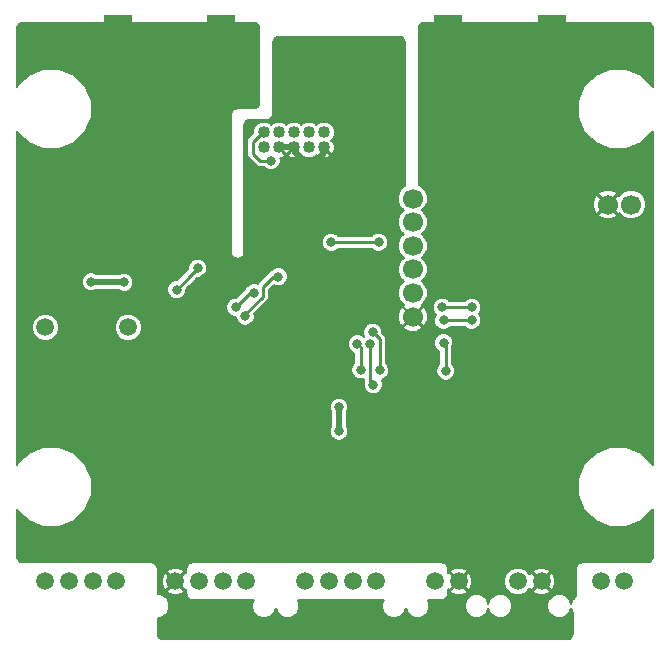
<source format=gbl>
G04 #@! TF.FileFunction,Copper,L2,Bot,Signal*
%FSLAX46Y46*%
G04 Gerber Fmt 4.6, Leading zero omitted, Abs format (unit mm)*
G04 Created by KiCad (PCBNEW 0.201505031001+5637~23~ubuntu14.04.1-product) date Mon 29 Jun 2015 01:51:52 BST*
%MOMM*%
G01*
G04 APERTURE LIST*
%ADD10C,0.100000*%
%ADD11C,1.700000*%
%ADD12C,1.016000*%
%ADD13C,1.500000*%
%ADD14R,2.413000X5.080000*%
%ADD15C,0.800000*%
%ADD16C,0.280000*%
%ADD17C,0.500000*%
%ADD18C,0.200000*%
G04 APERTURE END LIST*
D10*
D11*
X131100000Y-136100000D03*
X129100000Y-136100000D03*
X112600000Y-135600000D03*
X112600000Y-137600000D03*
X112600000Y-139600000D03*
X112600000Y-141600000D03*
X112600000Y-143600000D03*
X112600000Y-145600000D03*
D12*
X100000000Y-131270000D03*
X100000000Y-130000000D03*
X101270000Y-131270000D03*
X101270000Y-130000000D03*
X102540000Y-131270000D03*
X102540000Y-130000000D03*
X103810000Y-131270000D03*
X103810000Y-130000000D03*
X105080000Y-131270000D03*
X105080000Y-130000000D03*
D13*
X81500000Y-146500000D03*
X88500000Y-146500000D03*
X98500000Y-168000000D03*
X96500000Y-168000000D03*
X94500000Y-168000000D03*
X92500000Y-168000000D03*
X87500000Y-168000000D03*
X85500000Y-168000000D03*
X83500000Y-168000000D03*
X81500000Y-168000000D03*
X109500000Y-168000000D03*
X107500000Y-168000000D03*
X105500000Y-168000000D03*
X103500000Y-168000000D03*
X116500000Y-168000000D03*
X114500000Y-168000000D03*
X130500000Y-168000000D03*
X128500000Y-168000000D03*
X123500000Y-168000000D03*
X121500000Y-168000000D03*
D14*
X115618500Y-122600000D03*
X124381500Y-122600000D03*
X87618500Y-122600000D03*
X96381500Y-122600000D03*
D15*
X93650000Y-150100000D03*
X99000000Y-158650000D03*
X95000000Y-142350000D03*
X92100000Y-141200000D03*
X105700000Y-122300000D03*
X124400000Y-125800000D03*
X126400000Y-122600000D03*
X122400000Y-122600000D03*
X100000000Y-133600000D03*
X108900000Y-137300000D03*
X121600000Y-153400000D03*
X121000000Y-151500000D03*
X120000000Y-155400000D03*
X121600000Y-161900000D03*
X125000000Y-163100000D03*
X129500000Y-165450000D03*
X99200000Y-164900000D03*
X100000000Y-164300000D03*
X106700000Y-157900000D03*
X99600000Y-147200000D03*
X104600000Y-147300000D03*
X104300000Y-142500000D03*
X114700000Y-151000000D03*
X112500000Y-155700000D03*
X112000000Y-161000000D03*
X116625000Y-162675000D03*
X92900000Y-158000000D03*
X84000000Y-122000000D03*
X82000000Y-122000000D03*
X80000000Y-122000000D03*
X80000000Y-124000000D03*
X82000000Y-124000000D03*
X84000000Y-124000000D03*
X97000000Y-127000000D03*
X98000000Y-127000000D03*
X92000000Y-127000000D03*
X91000000Y-127000000D03*
X96000000Y-131000000D03*
X94000000Y-131000000D03*
X92000000Y-131000000D03*
X90000000Y-131000000D03*
X88000000Y-132000000D03*
X88000000Y-134000000D03*
X90000000Y-135000000D03*
X92000000Y-135000000D03*
X94000000Y-135000000D03*
X96000000Y-135000000D03*
X96000000Y-133000000D03*
X94000000Y-133000000D03*
X92000000Y-133000000D03*
X90000000Y-133000000D03*
X84000000Y-136000000D03*
X82000000Y-136000000D03*
X80000000Y-136000000D03*
X80000000Y-134000000D03*
X82000000Y-134000000D03*
X84000000Y-134000000D03*
X84000000Y-132000000D03*
X82000000Y-132000000D03*
X80000000Y-132000000D03*
X86700000Y-139900000D03*
X85600000Y-122600000D03*
X114000000Y-122600000D03*
X114000000Y-126500000D03*
X114000000Y-128000000D03*
X114000000Y-129500000D03*
X114000000Y-131000000D03*
X114500000Y-132500000D03*
X115500000Y-133500000D03*
X116500000Y-134500000D03*
X117500000Y-135500000D03*
X118500000Y-136500000D03*
X119500000Y-137500000D03*
X121500000Y-137500000D03*
X123000000Y-137500000D03*
X124500000Y-137500000D03*
X126000000Y-137500000D03*
X127500000Y-137500000D03*
X111000000Y-132000000D03*
X98700000Y-129300000D03*
X89750000Y-123000000D03*
X89800000Y-121600000D03*
X94250000Y-121750000D03*
X94250000Y-123000000D03*
X94250000Y-124250000D03*
X90000000Y-126000000D03*
X89800000Y-124600000D03*
X96000000Y-126500000D03*
X103000000Y-148400000D03*
X103100000Y-151200000D03*
X122400000Y-124200000D03*
X126400000Y-124200000D03*
X98600000Y-125000000D03*
X98500000Y-123000000D03*
X85350000Y-142650000D03*
X88150000Y-142700000D03*
X106350000Y-155300000D03*
X106350000Y-153250000D03*
X115200000Y-147800000D03*
X115400000Y-150200000D03*
X115100000Y-144800000D03*
X117600000Y-144800000D03*
X109200000Y-146900000D03*
X109800000Y-150150000D03*
X108200000Y-150100000D03*
X107900000Y-147900000D03*
X101200000Y-142200000D03*
X98400000Y-145550000D03*
X99150000Y-143550000D03*
X97600000Y-144800000D03*
X109700000Y-139300000D03*
X105700000Y-139300000D03*
X117600000Y-145900000D03*
X115200000Y-145900000D03*
X109000000Y-147900000D03*
X109250000Y-151350000D03*
X100600000Y-132400000D03*
X92600000Y-143300000D03*
X94400000Y-141500000D03*
D16*
X99000000Y-158650000D02*
X99050000Y-158650000D01*
D17*
X102540000Y-131270000D02*
X102540000Y-131540000D01*
X102540000Y-131540000D02*
X103300000Y-132300000D01*
X104500000Y-132300000D02*
X105080000Y-131720000D01*
X103300000Y-132300000D02*
X104500000Y-132300000D01*
X105080000Y-131720000D02*
X105080000Y-131270000D01*
X101270000Y-131270000D02*
X102540000Y-131270000D01*
D18*
X85000000Y-123000000D02*
X84000000Y-122000000D01*
X82000000Y-122000000D02*
X80000000Y-122000000D01*
X80000000Y-124000000D02*
X82000000Y-124000000D01*
X85600000Y-122600000D02*
X85000000Y-123000000D01*
X87618500Y-122600000D02*
X85600000Y-122600000D01*
X96381500Y-126381500D02*
X97000000Y-127000000D01*
X96381500Y-122600000D02*
X96381500Y-126381500D01*
X90000000Y-126000000D02*
X91000000Y-127000000D01*
X87618500Y-123218500D02*
X90000000Y-126000000D01*
X87618500Y-122600000D02*
X87618500Y-123218500D01*
X96000000Y-131000000D02*
X94000000Y-131000000D01*
X92000000Y-131000000D02*
X90000000Y-131000000D01*
X88000000Y-132000000D02*
X88000000Y-134000000D01*
X90000000Y-135000000D02*
X92000000Y-135000000D01*
X94000000Y-135000000D02*
X96000000Y-135000000D01*
X96000000Y-133000000D02*
X94000000Y-133000000D01*
X92000000Y-133000000D02*
X90000000Y-133000000D01*
X86700000Y-138700000D02*
X84000000Y-136000000D01*
X82000000Y-136000000D02*
X80000000Y-136000000D01*
X80000000Y-134000000D02*
X82000000Y-134000000D01*
X84000000Y-134000000D02*
X84000000Y-132000000D01*
X82000000Y-132000000D02*
X80000000Y-132000000D01*
X86700000Y-139900000D02*
X86700000Y-138700000D01*
D17*
X88100000Y-142650000D02*
X85350000Y-142650000D01*
X88150000Y-142700000D02*
X88100000Y-142650000D01*
X106350000Y-155300000D02*
X106350000Y-153250000D01*
D16*
X115200000Y-147800000D02*
X115400000Y-148000000D01*
X115400000Y-148000000D02*
X115400000Y-150200000D01*
X115100000Y-144800000D02*
X117600000Y-144800000D01*
X109800000Y-147500000D02*
X109800000Y-150150000D01*
X109200000Y-146900000D02*
X109800000Y-147500000D01*
X107900000Y-147900000D02*
X108200000Y-148200000D01*
X108200000Y-150100000D02*
X108200000Y-148200000D01*
X99900000Y-143100000D02*
X100800000Y-142200000D01*
X100800000Y-142200000D02*
X101200000Y-142200000D01*
X99900000Y-143200000D02*
X99900000Y-143900000D01*
X99900000Y-143150000D02*
X99900000Y-143200000D01*
X99900000Y-143900000D02*
X98400000Y-145400000D01*
X98400000Y-145400000D02*
X98400000Y-145550000D01*
X99900000Y-143150000D02*
X99900000Y-143100000D01*
X99150000Y-143550000D02*
X98850000Y-143550000D01*
X98850000Y-143550000D02*
X97600000Y-144800000D01*
X105900000Y-139300000D02*
X105700000Y-139300000D01*
X105900000Y-139300000D02*
X109700000Y-139300000D01*
X115200000Y-145900000D02*
X117600000Y-145900000D01*
X109000000Y-147900000D02*
X109000000Y-151100000D01*
X109000000Y-151100000D02*
X109250000Y-151350000D01*
X100000000Y-130000000D02*
X99900000Y-130000000D01*
X99100000Y-130800000D02*
X99900000Y-130000000D01*
X99100000Y-130800000D02*
X99100000Y-131800000D01*
X99100000Y-131800000D02*
X99700000Y-132400000D01*
X99700000Y-132400000D02*
X100600000Y-132400000D01*
X94400000Y-141500000D02*
X93750000Y-142150000D01*
X93750000Y-142150000D02*
X92600000Y-143300000D01*
D18*
G36*
X132900000Y-165990151D02*
X132867742Y-166152324D01*
X132781457Y-166281457D01*
X132652324Y-166367742D01*
X132490151Y-166400000D01*
X126990151Y-166400000D01*
X126769640Y-166443862D01*
X126574351Y-166574351D01*
X126443862Y-166769640D01*
X126400000Y-166990151D01*
X126400000Y-169285973D01*
X126234565Y-169451119D01*
X126214516Y-169464516D01*
X126201236Y-169484390D01*
X126152736Y-169532806D01*
X126000174Y-169900215D01*
X126000172Y-169901958D01*
X125848253Y-169534286D01*
X125567194Y-169252736D01*
X125199785Y-169100174D01*
X124801960Y-169099827D01*
X124650768Y-169162298D01*
X124650768Y-168224854D01*
X124649219Y-167767358D01*
X124477123Y-167351882D01*
X124292924Y-167277787D01*
X124222213Y-167348498D01*
X124222213Y-167207076D01*
X124148118Y-167022877D01*
X123724854Y-166849232D01*
X123267358Y-166850781D01*
X122851882Y-167022877D01*
X122777787Y-167207076D01*
X123500000Y-167929289D01*
X124222213Y-167207076D01*
X124222213Y-167348498D01*
X123570711Y-168000000D01*
X124292924Y-168722213D01*
X124477123Y-168648118D01*
X124650768Y-168224854D01*
X124650768Y-169162298D01*
X124434286Y-169251747D01*
X124222213Y-169463450D01*
X124222213Y-168792924D01*
X123500000Y-168070711D01*
X123429289Y-168141422D01*
X123429289Y-168000000D01*
X122707076Y-167277787D01*
X122522877Y-167351882D01*
X122499773Y-167408196D01*
X122475491Y-167349428D01*
X122152273Y-167025646D01*
X121729753Y-166850200D01*
X121272254Y-166849801D01*
X120849428Y-167024509D01*
X120525646Y-167347727D01*
X120350200Y-167770247D01*
X120349801Y-168227746D01*
X120524509Y-168650572D01*
X120847727Y-168974354D01*
X121270247Y-169149800D01*
X121727746Y-169150199D01*
X122150572Y-168975491D01*
X122474354Y-168652273D01*
X122499507Y-168591697D01*
X122522877Y-168648118D01*
X122707076Y-168722213D01*
X123429289Y-168000000D01*
X123429289Y-168141422D01*
X122777787Y-168792924D01*
X122851882Y-168977123D01*
X123275146Y-169150768D01*
X123732642Y-169149219D01*
X124148118Y-168977123D01*
X124222213Y-168792924D01*
X124222213Y-169463450D01*
X124152736Y-169532806D01*
X124000174Y-169900215D01*
X123999827Y-170298040D01*
X124151747Y-170665714D01*
X124432806Y-170947264D01*
X124800215Y-171099826D01*
X125198040Y-171100173D01*
X125565714Y-170948253D01*
X125847264Y-170667194D01*
X125999826Y-170299785D01*
X125999827Y-170298041D01*
X126150000Y-170661485D01*
X126150000Y-172490151D01*
X126117742Y-172652324D01*
X126031457Y-172781457D01*
X125902324Y-172867742D01*
X125740151Y-172900000D01*
X121000173Y-172900000D01*
X121000173Y-169901960D01*
X120848253Y-169534286D01*
X120567194Y-169252736D01*
X120199785Y-169100174D01*
X119801960Y-169099827D01*
X119434286Y-169251747D01*
X119152736Y-169532806D01*
X119000174Y-169900215D01*
X119000172Y-169901958D01*
X118848253Y-169534286D01*
X118567194Y-169252736D01*
X118400139Y-169183368D01*
X118400139Y-145741568D01*
X118278603Y-145447428D01*
X118181371Y-145350027D01*
X118277812Y-145253755D01*
X118399861Y-144959828D01*
X118400139Y-144641568D01*
X118278603Y-144347428D01*
X118053755Y-144122188D01*
X117759828Y-144000139D01*
X117441568Y-143999861D01*
X117147428Y-144121397D01*
X117008583Y-144260000D01*
X115691327Y-144260000D01*
X115553755Y-144122188D01*
X115259828Y-144000139D01*
X114941568Y-143999861D01*
X114647428Y-144121397D01*
X114422188Y-144346245D01*
X114300139Y-144640172D01*
X114299861Y-144958432D01*
X114421397Y-145252572D01*
X114568541Y-145399972D01*
X114522188Y-145446245D01*
X114400139Y-145740172D01*
X114399861Y-146058432D01*
X114521397Y-146352572D01*
X114746245Y-146577812D01*
X115040172Y-146699861D01*
X115358432Y-146700139D01*
X115652572Y-146578603D01*
X115791416Y-146440000D01*
X117008672Y-146440000D01*
X117146245Y-146577812D01*
X117440172Y-146699861D01*
X117758432Y-146700139D01*
X118052572Y-146578603D01*
X118277812Y-146353755D01*
X118399861Y-146059828D01*
X118400139Y-145741568D01*
X118400139Y-169183368D01*
X118199785Y-169100174D01*
X117801960Y-169099827D01*
X117650768Y-169162298D01*
X117650768Y-168224854D01*
X117649219Y-167767358D01*
X117477123Y-167351882D01*
X117292924Y-167277787D01*
X117222213Y-167348498D01*
X117222213Y-167207076D01*
X117148118Y-167022877D01*
X116724854Y-166849232D01*
X116267358Y-166850781D01*
X116200139Y-166878624D01*
X116200139Y-150041568D01*
X116078603Y-149747428D01*
X115940000Y-149608583D01*
X115940000Y-148103989D01*
X115999861Y-147959828D01*
X116000139Y-147641568D01*
X115878603Y-147347428D01*
X115653755Y-147122188D01*
X115359828Y-147000139D01*
X115041568Y-146999861D01*
X114747428Y-147121397D01*
X114522188Y-147346245D01*
X114400139Y-147640172D01*
X114399861Y-147958432D01*
X114521397Y-148252572D01*
X114746245Y-148477812D01*
X114860000Y-148525047D01*
X114860000Y-149608672D01*
X114722188Y-149746245D01*
X114600139Y-150040172D01*
X114599861Y-150358432D01*
X114721397Y-150652572D01*
X114946245Y-150877812D01*
X115240172Y-150999861D01*
X115558432Y-151000139D01*
X115852572Y-150878603D01*
X116077812Y-150653755D01*
X116199861Y-150359828D01*
X116200139Y-150041568D01*
X116200139Y-166878624D01*
X115851882Y-167022877D01*
X115777787Y-167207076D01*
X116500000Y-167929289D01*
X117222213Y-167207076D01*
X117222213Y-167348498D01*
X116570711Y-168000000D01*
X117292924Y-168722213D01*
X117477123Y-168648118D01*
X117650768Y-168224854D01*
X117650768Y-169162298D01*
X117434286Y-169251747D01*
X117222213Y-169463450D01*
X117222213Y-168792924D01*
X116500000Y-168070711D01*
X116429289Y-168141422D01*
X116429289Y-168000000D01*
X115707076Y-167277787D01*
X115600000Y-167320858D01*
X115600000Y-166990151D01*
X115556138Y-166769640D01*
X115425649Y-166574351D01*
X115230360Y-166443862D01*
X115009849Y-166400000D01*
X113850007Y-166400000D01*
X113850007Y-145351395D01*
X113659719Y-144891962D01*
X113659679Y-144891902D01*
X113465091Y-144805619D01*
X112670711Y-145600000D01*
X113465091Y-146394381D01*
X113659679Y-146308098D01*
X113849993Y-145848676D01*
X113850007Y-145351395D01*
X113850007Y-166400000D01*
X113394381Y-166400000D01*
X113394381Y-146465091D01*
X112600000Y-145670711D01*
X112529289Y-145741421D01*
X112529289Y-145600000D01*
X111734909Y-144805619D01*
X111540321Y-144891902D01*
X111350007Y-145351324D01*
X111349993Y-145848605D01*
X111540281Y-146308038D01*
X111540321Y-146308098D01*
X111734909Y-146394381D01*
X112529289Y-145600000D01*
X112529289Y-145741421D01*
X111805619Y-146465091D01*
X111891902Y-146659679D01*
X112351324Y-146849993D01*
X112848605Y-146850007D01*
X113308038Y-146659719D01*
X113308098Y-146659679D01*
X113394381Y-146465091D01*
X113394381Y-166400000D01*
X110600139Y-166400000D01*
X110600139Y-149991568D01*
X110500139Y-149749549D01*
X110500139Y-139141568D01*
X110378603Y-138847428D01*
X110153755Y-138622188D01*
X109859828Y-138500139D01*
X109541568Y-138499861D01*
X109247428Y-138621397D01*
X109108583Y-138760000D01*
X106291327Y-138760000D01*
X106153755Y-138622188D01*
X105990568Y-138554426D01*
X105990568Y-131437188D01*
X105988157Y-131273899D01*
X105985235Y-131076002D01*
X105857275Y-130767079D01*
X105698206Y-130722506D01*
X105768603Y-130652110D01*
X105740315Y-130623822D01*
X105849316Y-130515012D01*
X105987842Y-130181405D01*
X105988157Y-129820180D01*
X105850214Y-129486331D01*
X105595012Y-129230684D01*
X105261405Y-129092158D01*
X104900180Y-129091843D01*
X104566331Y-129229786D01*
X104445012Y-129350893D01*
X104325012Y-129230684D01*
X103991405Y-129092158D01*
X103630180Y-129091843D01*
X103296331Y-129229786D01*
X103175012Y-129350893D01*
X103055012Y-129230684D01*
X102721405Y-129092158D01*
X102360180Y-129091843D01*
X102026331Y-129229786D01*
X101905012Y-129350893D01*
X101785012Y-129230684D01*
X101451405Y-129092158D01*
X101090180Y-129091843D01*
X100756331Y-129229786D01*
X100635012Y-129350893D01*
X100515012Y-129230684D01*
X100181405Y-129092158D01*
X99820180Y-129091843D01*
X99486331Y-129229786D01*
X99230684Y-129484988D01*
X99092158Y-129818595D01*
X99091961Y-130044362D01*
X98718162Y-130418162D01*
X98601105Y-130593351D01*
X98560000Y-130800000D01*
X98560000Y-131800000D01*
X98601105Y-132006649D01*
X98718162Y-132181838D01*
X99318162Y-132781838D01*
X99493351Y-132898895D01*
X99700000Y-132940000D01*
X100008672Y-132940000D01*
X100146245Y-133077812D01*
X100440172Y-133199861D01*
X100758432Y-133200139D01*
X101052572Y-133078603D01*
X101277812Y-132853755D01*
X101399861Y-132559828D01*
X101400139Y-132241568D01*
X101373284Y-132176574D01*
X101463998Y-132175235D01*
X101772921Y-132047275D01*
X101817494Y-131888205D01*
X101270000Y-131340711D01*
X101255857Y-131354852D01*
X101185146Y-131284141D01*
X101199289Y-131270000D01*
X101185147Y-131255858D01*
X101255858Y-131185147D01*
X101270000Y-131199289D01*
X101284141Y-131185146D01*
X101354852Y-131255857D01*
X101340711Y-131270000D01*
X101705515Y-131634804D01*
X101762725Y-131772921D01*
X101875128Y-131804417D01*
X101888205Y-131817494D01*
X101905000Y-131812787D01*
X101921795Y-131817494D01*
X101934871Y-131804417D01*
X102047275Y-131772921D01*
X102100546Y-131638742D01*
X102469289Y-131270000D01*
X102455147Y-131255858D01*
X102525858Y-131185147D01*
X102540000Y-131199289D01*
X102554141Y-131185146D01*
X102624852Y-131255857D01*
X102610711Y-131270000D01*
X102624853Y-131284142D01*
X102554142Y-131354853D01*
X102540000Y-131340711D01*
X101992506Y-131888205D01*
X102037079Y-132047275D01*
X102372812Y-132180568D01*
X102733998Y-132175235D01*
X103042921Y-132047275D01*
X103087493Y-131888206D01*
X103087494Y-131888207D01*
X103157890Y-131958603D01*
X103186177Y-131930315D01*
X103294988Y-132039316D01*
X103628595Y-132177842D01*
X103989820Y-132178157D01*
X104323669Y-132040214D01*
X104433790Y-131930283D01*
X104462110Y-131958603D01*
X104532506Y-131888206D01*
X104577079Y-132047275D01*
X104912812Y-132180568D01*
X105273998Y-132175235D01*
X105582921Y-132047275D01*
X105627494Y-131888205D01*
X105080000Y-131340711D01*
X105065858Y-131354853D01*
X104995146Y-131284141D01*
X105009289Y-131270000D01*
X104995147Y-131255858D01*
X105065858Y-131185147D01*
X105080000Y-131199289D01*
X105094141Y-131185146D01*
X105164853Y-131255858D01*
X105150711Y-131270000D01*
X105698205Y-131817494D01*
X105857275Y-131772921D01*
X105990568Y-131437188D01*
X105990568Y-138554426D01*
X105859828Y-138500139D01*
X105627494Y-138499936D01*
X105541568Y-138499861D01*
X105247428Y-138621397D01*
X105022188Y-138846245D01*
X104900139Y-139140172D01*
X104899861Y-139458432D01*
X105021397Y-139752572D01*
X105246245Y-139977812D01*
X105540172Y-140099861D01*
X105858432Y-140100139D01*
X106152572Y-139978603D01*
X106291416Y-139840000D01*
X109108672Y-139840000D01*
X109246245Y-139977812D01*
X109540172Y-140099861D01*
X109858432Y-140100139D01*
X110152572Y-139978603D01*
X110377812Y-139753755D01*
X110499861Y-139459828D01*
X110500139Y-139141568D01*
X110500139Y-149749549D01*
X110478603Y-149697428D01*
X110340000Y-149558583D01*
X110340000Y-147500000D01*
X110298895Y-147293351D01*
X110181838Y-147118162D01*
X109999968Y-146936292D01*
X110000139Y-146741568D01*
X109878603Y-146447428D01*
X109653755Y-146222188D01*
X109359828Y-146100139D01*
X109041568Y-146099861D01*
X108747428Y-146221397D01*
X108522188Y-146446245D01*
X108400139Y-146740172D01*
X108399861Y-147058432D01*
X108490625Y-147278100D01*
X108450027Y-147318628D01*
X108353755Y-147222188D01*
X108059828Y-147100139D01*
X107741568Y-147099861D01*
X107447428Y-147221397D01*
X107222188Y-147446245D01*
X107100139Y-147740172D01*
X107099861Y-148058432D01*
X107221397Y-148352572D01*
X107446245Y-148577812D01*
X107660000Y-148666570D01*
X107660000Y-149508672D01*
X107522188Y-149646245D01*
X107400139Y-149940172D01*
X107399861Y-150258432D01*
X107521397Y-150552572D01*
X107746245Y-150777812D01*
X108040172Y-150899861D01*
X108358432Y-150900139D01*
X108460000Y-150858172D01*
X108460000Y-151100000D01*
X108468933Y-151144910D01*
X108450139Y-151190172D01*
X108449861Y-151508432D01*
X108571397Y-151802572D01*
X108796245Y-152027812D01*
X109090172Y-152149861D01*
X109408432Y-152150139D01*
X109702572Y-152028603D01*
X109927812Y-151803755D01*
X110049861Y-151509828D01*
X110050139Y-151191568D01*
X109950379Y-150950131D01*
X109958432Y-150950139D01*
X110252572Y-150828603D01*
X110477812Y-150603755D01*
X110599861Y-150309828D01*
X110600139Y-149991568D01*
X110600139Y-166400000D01*
X107150139Y-166400000D01*
X107150139Y-155141568D01*
X107028603Y-154847428D01*
X107000000Y-154818775D01*
X107000000Y-153731518D01*
X107027812Y-153703755D01*
X107149861Y-153409828D01*
X107150139Y-153091568D01*
X107028603Y-152797428D01*
X106803755Y-152572188D01*
X106509828Y-152450139D01*
X106191568Y-152449861D01*
X105897428Y-152571397D01*
X105672188Y-152796245D01*
X105550139Y-153090172D01*
X105549861Y-153408432D01*
X105671397Y-153702572D01*
X105700000Y-153731224D01*
X105700000Y-154818481D01*
X105672188Y-154846245D01*
X105550139Y-155140172D01*
X105549861Y-155458432D01*
X105671397Y-155752572D01*
X105896245Y-155977812D01*
X106190172Y-156099861D01*
X106508432Y-156100139D01*
X106802572Y-155978603D01*
X107027812Y-155753755D01*
X107149861Y-155459828D01*
X107150139Y-155141568D01*
X107150139Y-166400000D01*
X103087494Y-166400000D01*
X102000139Y-166400000D01*
X102000139Y-142041568D01*
X101878603Y-141747428D01*
X101653755Y-141522188D01*
X101359828Y-141400139D01*
X101041568Y-141399861D01*
X100747428Y-141521397D01*
X100522188Y-141746245D01*
X100520803Y-141749579D01*
X100418162Y-141818162D01*
X99518162Y-142718162D01*
X99456188Y-142810912D01*
X99309828Y-142750139D01*
X98991568Y-142749861D01*
X98697428Y-142871397D01*
X98472188Y-143096245D01*
X98423979Y-143212344D01*
X97636292Y-144000031D01*
X97441568Y-143999861D01*
X97147428Y-144121397D01*
X96922188Y-144346245D01*
X96800139Y-144640172D01*
X96799861Y-144958432D01*
X96921397Y-145252572D01*
X97146245Y-145477812D01*
X97440172Y-145599861D01*
X97599955Y-145600000D01*
X97599861Y-145708432D01*
X97721397Y-146002572D01*
X97946245Y-146227812D01*
X98240172Y-146349861D01*
X98558432Y-146350139D01*
X98852572Y-146228603D01*
X99077812Y-146003755D01*
X99199861Y-145709828D01*
X99200139Y-145391568D01*
X99191943Y-145371732D01*
X100281834Y-144281840D01*
X100281837Y-144281838D01*
X100281838Y-144281838D01*
X100398895Y-144106649D01*
X100440000Y-143900000D01*
X100440000Y-143323676D01*
X100844899Y-142918776D01*
X101040172Y-142999861D01*
X101358432Y-143000139D01*
X101652572Y-142878603D01*
X101877812Y-142653755D01*
X101999861Y-142359828D01*
X102000139Y-142041568D01*
X102000139Y-166400000D01*
X95200139Y-166400000D01*
X95200139Y-141341568D01*
X95078603Y-141047428D01*
X94853755Y-140822188D01*
X94559828Y-140700139D01*
X94241568Y-140699861D01*
X93947428Y-140821397D01*
X93722188Y-141046245D01*
X93600139Y-141340172D01*
X93599967Y-141536356D01*
X93368162Y-141768162D01*
X93368159Y-141768165D01*
X92636293Y-142500031D01*
X92441568Y-142499861D01*
X92147428Y-142621397D01*
X91922188Y-142846245D01*
X91800139Y-143140172D01*
X91799861Y-143458432D01*
X91921397Y-143752572D01*
X92146245Y-143977812D01*
X92440172Y-144099861D01*
X92758432Y-144100139D01*
X93052572Y-143978603D01*
X93277812Y-143753755D01*
X93399861Y-143459828D01*
X93400032Y-143263643D01*
X94131834Y-142531840D01*
X94131838Y-142531838D01*
X94131838Y-142531837D01*
X94363707Y-142299968D01*
X94558432Y-142300139D01*
X94852572Y-142178603D01*
X95077812Y-141953755D01*
X95199861Y-141659828D01*
X95200139Y-141341568D01*
X95200139Y-166400000D01*
X93990151Y-166400000D01*
X93769640Y-166443862D01*
X93574351Y-166574351D01*
X93443862Y-166769640D01*
X93400000Y-166990151D01*
X93400000Y-167320858D01*
X93292924Y-167277787D01*
X93222213Y-167348498D01*
X93222213Y-167207076D01*
X93148118Y-167022877D01*
X92724854Y-166849232D01*
X92267358Y-166850781D01*
X91851882Y-167022877D01*
X91777787Y-167207076D01*
X92500000Y-167929289D01*
X93222213Y-167207076D01*
X93222213Y-167348498D01*
X92570711Y-168000000D01*
X93292924Y-168722213D01*
X93400000Y-168679141D01*
X93400000Y-169009849D01*
X93443862Y-169230360D01*
X93574351Y-169425649D01*
X93769640Y-169556138D01*
X93990151Y-169600000D01*
X99124834Y-169600000D01*
X99000174Y-169900215D01*
X98999827Y-170298040D01*
X99151747Y-170665714D01*
X99432806Y-170947264D01*
X99800215Y-171099826D01*
X100198040Y-171100173D01*
X100565714Y-170948253D01*
X100847264Y-170667194D01*
X100999826Y-170299785D01*
X100999827Y-170298041D01*
X101151747Y-170665714D01*
X101432806Y-170947264D01*
X101800215Y-171099826D01*
X102198040Y-171100173D01*
X102565714Y-170948253D01*
X102847264Y-170667194D01*
X102999826Y-170299785D01*
X103000173Y-169901960D01*
X102875405Y-169600000D01*
X110124834Y-169600000D01*
X110000174Y-169900215D01*
X109999827Y-170298040D01*
X110151747Y-170665714D01*
X110432806Y-170947264D01*
X110800215Y-171099826D01*
X111198040Y-171100173D01*
X111565714Y-170948253D01*
X111847264Y-170667194D01*
X111999826Y-170299785D01*
X111999827Y-170298041D01*
X112151747Y-170665714D01*
X112432806Y-170947264D01*
X112800215Y-171099826D01*
X113198040Y-171100173D01*
X113565714Y-170948253D01*
X113847264Y-170667194D01*
X113999826Y-170299785D01*
X114000173Y-169901960D01*
X113875405Y-169600000D01*
X115009849Y-169600000D01*
X115230360Y-169556138D01*
X115425649Y-169425649D01*
X115556138Y-169230360D01*
X115600000Y-169009849D01*
X115600000Y-168679141D01*
X115707076Y-168722213D01*
X116429289Y-168000000D01*
X116429289Y-168141422D01*
X115777787Y-168792924D01*
X115851882Y-168977123D01*
X116275146Y-169150768D01*
X116732642Y-169149219D01*
X117148118Y-168977123D01*
X117222213Y-168792924D01*
X117222213Y-169463450D01*
X117152736Y-169532806D01*
X117000174Y-169900215D01*
X116999827Y-170298040D01*
X117151747Y-170665714D01*
X117432806Y-170947264D01*
X117800215Y-171099826D01*
X118198040Y-171100173D01*
X118565714Y-170948253D01*
X118847264Y-170667194D01*
X118999826Y-170299785D01*
X118999827Y-170298041D01*
X119151747Y-170665714D01*
X119432806Y-170947264D01*
X119800215Y-171099826D01*
X120198040Y-171100173D01*
X120565714Y-170948253D01*
X120847264Y-170667194D01*
X120999826Y-170299785D01*
X121000173Y-169901960D01*
X121000173Y-172900000D01*
X93222213Y-172900000D01*
X93222213Y-168792924D01*
X92500000Y-168070711D01*
X92429289Y-168141422D01*
X92429289Y-168000000D01*
X91707076Y-167277787D01*
X91522877Y-167351882D01*
X91349232Y-167775146D01*
X91350781Y-168232642D01*
X91522877Y-168648118D01*
X91707076Y-168722213D01*
X92429289Y-168000000D01*
X92429289Y-168141422D01*
X91777787Y-168792924D01*
X91851882Y-168977123D01*
X92275146Y-169150768D01*
X92732642Y-169149219D01*
X93148118Y-168977123D01*
X93222213Y-168792924D01*
X93222213Y-172900000D01*
X91409849Y-172900000D01*
X91247676Y-172867742D01*
X91118543Y-172781457D01*
X91032258Y-172652324D01*
X91000000Y-172490151D01*
X91000000Y-171100000D01*
X91198040Y-171100173D01*
X91565714Y-170948253D01*
X91847264Y-170667194D01*
X91999826Y-170299785D01*
X92000173Y-169901960D01*
X91848253Y-169534286D01*
X91567194Y-169252736D01*
X91199785Y-169100174D01*
X91000000Y-169099999D01*
X91000000Y-166990151D01*
X90956138Y-166769640D01*
X90825649Y-166574351D01*
X90630360Y-166443862D01*
X90409849Y-166400000D01*
X89650199Y-166400000D01*
X89650199Y-146272254D01*
X89475491Y-145849428D01*
X89152273Y-145525646D01*
X88950139Y-145441712D01*
X88950139Y-142541568D01*
X88828603Y-142247428D01*
X88603755Y-142022188D01*
X88309828Y-141900139D01*
X87991568Y-141899861D01*
X87749212Y-142000000D01*
X85831518Y-142000000D01*
X85803755Y-141972188D01*
X85509828Y-141850139D01*
X85191568Y-141849861D01*
X84897428Y-141971397D01*
X84672188Y-142196245D01*
X84550139Y-142490172D01*
X84549861Y-142808432D01*
X84671397Y-143102572D01*
X84896245Y-143327812D01*
X85190172Y-143449861D01*
X85508432Y-143450139D01*
X85802572Y-143328603D01*
X85831224Y-143300000D01*
X87618568Y-143300000D01*
X87696245Y-143377812D01*
X87990172Y-143499861D01*
X88308432Y-143500139D01*
X88602572Y-143378603D01*
X88827812Y-143153755D01*
X88949861Y-142859828D01*
X88950139Y-142541568D01*
X88950139Y-145441712D01*
X88729753Y-145350200D01*
X88272254Y-145349801D01*
X87849428Y-145524509D01*
X87525646Y-145847727D01*
X87350200Y-146270247D01*
X87349801Y-146727746D01*
X87524509Y-147150572D01*
X87847727Y-147474354D01*
X88270247Y-147649800D01*
X88727746Y-147650199D01*
X89150572Y-147475491D01*
X89474354Y-147152273D01*
X89649800Y-146729753D01*
X89650199Y-146272254D01*
X89650199Y-166400000D01*
X79509849Y-166400000D01*
X79347676Y-166367742D01*
X79218543Y-166281457D01*
X79132258Y-166152324D01*
X79100000Y-165990151D01*
X79100000Y-161884851D01*
X79115940Y-161923429D01*
X80071540Y-162880699D01*
X81320731Y-163399409D01*
X82673335Y-163400589D01*
X83923429Y-162884060D01*
X84880699Y-161928460D01*
X85399409Y-160679269D01*
X85400589Y-159326665D01*
X84884060Y-158076571D01*
X83928460Y-157119301D01*
X82679269Y-156600591D01*
X82650199Y-156600565D01*
X82650199Y-146272254D01*
X82475491Y-145849428D01*
X82152273Y-145525646D01*
X81729753Y-145350200D01*
X81272254Y-145349801D01*
X80849428Y-145524509D01*
X80525646Y-145847727D01*
X80350200Y-146270247D01*
X80349801Y-146727746D01*
X80524509Y-147150572D01*
X80847727Y-147474354D01*
X81270247Y-147649800D01*
X81727746Y-147650199D01*
X82150572Y-147475491D01*
X82474354Y-147152273D01*
X82649800Y-146729753D01*
X82650199Y-146272254D01*
X82650199Y-156600565D01*
X81326665Y-156599411D01*
X80076571Y-157115940D01*
X79119301Y-158071540D01*
X79100000Y-158118021D01*
X79100000Y-129884851D01*
X79115940Y-129923429D01*
X80071540Y-130880699D01*
X81320731Y-131399409D01*
X82673335Y-131400589D01*
X83923429Y-130884060D01*
X84880699Y-129928460D01*
X85399409Y-128679269D01*
X85400589Y-127326665D01*
X84884060Y-126076571D01*
X83928460Y-125119301D01*
X82679269Y-124600591D01*
X81326665Y-124599411D01*
X80076571Y-125115940D01*
X79119301Y-126071540D01*
X79100000Y-126118021D01*
X79100000Y-121109849D01*
X79132258Y-120947676D01*
X79218543Y-120818543D01*
X79347676Y-120732258D01*
X79509849Y-120700000D01*
X99190151Y-120700000D01*
X99352324Y-120732258D01*
X99481457Y-120818543D01*
X99567742Y-120947676D01*
X99600000Y-121109849D01*
X99600000Y-127540151D01*
X99567742Y-127702324D01*
X99481457Y-127831457D01*
X99352324Y-127917742D01*
X99190151Y-127950000D01*
X97790151Y-127950000D01*
X97569640Y-127993862D01*
X97374351Y-128124351D01*
X97243862Y-128319640D01*
X97200000Y-128540151D01*
X97200000Y-140134849D01*
X97241959Y-140345793D01*
X97367028Y-140532972D01*
X97554207Y-140658041D01*
X97775000Y-140701959D01*
X97995793Y-140658041D01*
X98182972Y-140532972D01*
X98308041Y-140345793D01*
X98350000Y-140134849D01*
X98350000Y-129359849D01*
X98382258Y-129197676D01*
X98468543Y-129068543D01*
X98597676Y-128982258D01*
X98759849Y-128950000D01*
X100209849Y-128950000D01*
X100430360Y-128906138D01*
X100625649Y-128775649D01*
X100756138Y-128580360D01*
X100800000Y-128359849D01*
X100800000Y-122309849D01*
X100832258Y-122147676D01*
X100918543Y-122018543D01*
X101047676Y-121932258D01*
X101209849Y-121900000D01*
X111490151Y-121900000D01*
X111652324Y-121932258D01*
X111781457Y-122018543D01*
X111867742Y-122147676D01*
X111900000Y-122309849D01*
X111900000Y-134536732D01*
X111892857Y-134539684D01*
X111540919Y-134891007D01*
X111350217Y-135350269D01*
X111349783Y-135847550D01*
X111539684Y-136307143D01*
X111832231Y-136600203D01*
X111540919Y-136891007D01*
X111350217Y-137350269D01*
X111349783Y-137847550D01*
X111539684Y-138307143D01*
X111832231Y-138600203D01*
X111540919Y-138891007D01*
X111350217Y-139350269D01*
X111349783Y-139847550D01*
X111539684Y-140307143D01*
X111832231Y-140600203D01*
X111540919Y-140891007D01*
X111350217Y-141350269D01*
X111349783Y-141847550D01*
X111539684Y-142307143D01*
X111832231Y-142600203D01*
X111540919Y-142891007D01*
X111350217Y-143350269D01*
X111349783Y-143847550D01*
X111539684Y-144307143D01*
X111855163Y-144623174D01*
X111805619Y-144734909D01*
X112600000Y-145529289D01*
X113394381Y-144734909D01*
X113344687Y-144622837D01*
X113659081Y-144308993D01*
X113849783Y-143849731D01*
X113850217Y-143352450D01*
X113660316Y-142892857D01*
X113367768Y-142599796D01*
X113659081Y-142308993D01*
X113849783Y-141849731D01*
X113850217Y-141352450D01*
X113660316Y-140892857D01*
X113367768Y-140599796D01*
X113659081Y-140308993D01*
X113849783Y-139849731D01*
X113850217Y-139352450D01*
X113660316Y-138892857D01*
X113367768Y-138599796D01*
X113659081Y-138308993D01*
X113849783Y-137849731D01*
X113850217Y-137352450D01*
X113660316Y-136892857D01*
X113367768Y-136599796D01*
X113659081Y-136308993D01*
X113849783Y-135849731D01*
X113850217Y-135352450D01*
X113660316Y-134892857D01*
X113308993Y-134540919D01*
X113100000Y-134454137D01*
X113100000Y-121109849D01*
X113132258Y-120947676D01*
X113218543Y-120818543D01*
X113347676Y-120732258D01*
X113509849Y-120700000D01*
X132490151Y-120700000D01*
X132652324Y-120732258D01*
X132781457Y-120818543D01*
X132867742Y-120947676D01*
X132900000Y-121109849D01*
X132900000Y-126115148D01*
X132884060Y-126076571D01*
X131928460Y-125119301D01*
X130679269Y-124600591D01*
X129326665Y-124599411D01*
X128076571Y-125115940D01*
X127119301Y-126071540D01*
X126600591Y-127320731D01*
X126599411Y-128673335D01*
X127115940Y-129923429D01*
X128071540Y-130880699D01*
X129320731Y-131399409D01*
X130673335Y-131400589D01*
X131923429Y-130884060D01*
X132880699Y-129928460D01*
X132900000Y-129881978D01*
X132900000Y-158115148D01*
X132884060Y-158076571D01*
X132350217Y-157541795D01*
X132350217Y-135852450D01*
X132160316Y-135392857D01*
X131808993Y-135040919D01*
X131349731Y-134850217D01*
X130852450Y-134849783D01*
X130392857Y-135039684D01*
X130076825Y-135355163D01*
X129965091Y-135305619D01*
X129894381Y-135376329D01*
X129894381Y-135234909D01*
X129808098Y-135040321D01*
X129348676Y-134850007D01*
X128851395Y-134849993D01*
X128391962Y-135040281D01*
X128391902Y-135040321D01*
X128305619Y-135234909D01*
X129100000Y-136029289D01*
X129894381Y-135234909D01*
X129894381Y-135376329D01*
X129170711Y-136100000D01*
X129965091Y-136894381D01*
X130077162Y-136844687D01*
X130391007Y-137159081D01*
X130850269Y-137349783D01*
X131347550Y-137350217D01*
X131807143Y-137160316D01*
X132159081Y-136808993D01*
X132349783Y-136349731D01*
X132350217Y-135852450D01*
X132350217Y-157541795D01*
X131928460Y-157119301D01*
X130679269Y-156600591D01*
X129894381Y-156599906D01*
X129894381Y-136965091D01*
X129100000Y-136170711D01*
X129029289Y-136241421D01*
X129029289Y-136100000D01*
X128234909Y-135305619D01*
X128040321Y-135391902D01*
X127850007Y-135851324D01*
X127849993Y-136348605D01*
X128040281Y-136808038D01*
X128040321Y-136808098D01*
X128234909Y-136894381D01*
X129029289Y-136100000D01*
X129029289Y-136241421D01*
X128305619Y-136965091D01*
X128391902Y-137159679D01*
X128851324Y-137349993D01*
X129348605Y-137350007D01*
X129808038Y-137159719D01*
X129808098Y-137159679D01*
X129894381Y-136965091D01*
X129894381Y-156599906D01*
X129326665Y-156599411D01*
X128076571Y-157115940D01*
X127119301Y-158071540D01*
X126600591Y-159320731D01*
X126599411Y-160673335D01*
X127115940Y-161923429D01*
X128071540Y-162880699D01*
X129320731Y-163399409D01*
X130673335Y-163400589D01*
X131923429Y-162884060D01*
X132880699Y-161928460D01*
X132900000Y-161881978D01*
X132900000Y-165990151D01*
X132900000Y-165990151D01*
G37*
X132900000Y-165990151D02*
X132867742Y-166152324D01*
X132781457Y-166281457D01*
X132652324Y-166367742D01*
X132490151Y-166400000D01*
X126990151Y-166400000D01*
X126769640Y-166443862D01*
X126574351Y-166574351D01*
X126443862Y-166769640D01*
X126400000Y-166990151D01*
X126400000Y-169285973D01*
X126234565Y-169451119D01*
X126214516Y-169464516D01*
X126201236Y-169484390D01*
X126152736Y-169532806D01*
X126000174Y-169900215D01*
X126000172Y-169901958D01*
X125848253Y-169534286D01*
X125567194Y-169252736D01*
X125199785Y-169100174D01*
X124801960Y-169099827D01*
X124650768Y-169162298D01*
X124650768Y-168224854D01*
X124649219Y-167767358D01*
X124477123Y-167351882D01*
X124292924Y-167277787D01*
X124222213Y-167348498D01*
X124222213Y-167207076D01*
X124148118Y-167022877D01*
X123724854Y-166849232D01*
X123267358Y-166850781D01*
X122851882Y-167022877D01*
X122777787Y-167207076D01*
X123500000Y-167929289D01*
X124222213Y-167207076D01*
X124222213Y-167348498D01*
X123570711Y-168000000D01*
X124292924Y-168722213D01*
X124477123Y-168648118D01*
X124650768Y-168224854D01*
X124650768Y-169162298D01*
X124434286Y-169251747D01*
X124222213Y-169463450D01*
X124222213Y-168792924D01*
X123500000Y-168070711D01*
X123429289Y-168141422D01*
X123429289Y-168000000D01*
X122707076Y-167277787D01*
X122522877Y-167351882D01*
X122499773Y-167408196D01*
X122475491Y-167349428D01*
X122152273Y-167025646D01*
X121729753Y-166850200D01*
X121272254Y-166849801D01*
X120849428Y-167024509D01*
X120525646Y-167347727D01*
X120350200Y-167770247D01*
X120349801Y-168227746D01*
X120524509Y-168650572D01*
X120847727Y-168974354D01*
X121270247Y-169149800D01*
X121727746Y-169150199D01*
X122150572Y-168975491D01*
X122474354Y-168652273D01*
X122499507Y-168591697D01*
X122522877Y-168648118D01*
X122707076Y-168722213D01*
X123429289Y-168000000D01*
X123429289Y-168141422D01*
X122777787Y-168792924D01*
X122851882Y-168977123D01*
X123275146Y-169150768D01*
X123732642Y-169149219D01*
X124148118Y-168977123D01*
X124222213Y-168792924D01*
X124222213Y-169463450D01*
X124152736Y-169532806D01*
X124000174Y-169900215D01*
X123999827Y-170298040D01*
X124151747Y-170665714D01*
X124432806Y-170947264D01*
X124800215Y-171099826D01*
X125198040Y-171100173D01*
X125565714Y-170948253D01*
X125847264Y-170667194D01*
X125999826Y-170299785D01*
X125999827Y-170298041D01*
X126150000Y-170661485D01*
X126150000Y-172490151D01*
X126117742Y-172652324D01*
X126031457Y-172781457D01*
X125902324Y-172867742D01*
X125740151Y-172900000D01*
X121000173Y-172900000D01*
X121000173Y-169901960D01*
X120848253Y-169534286D01*
X120567194Y-169252736D01*
X120199785Y-169100174D01*
X119801960Y-169099827D01*
X119434286Y-169251747D01*
X119152736Y-169532806D01*
X119000174Y-169900215D01*
X119000172Y-169901958D01*
X118848253Y-169534286D01*
X118567194Y-169252736D01*
X118400139Y-169183368D01*
X118400139Y-145741568D01*
X118278603Y-145447428D01*
X118181371Y-145350027D01*
X118277812Y-145253755D01*
X118399861Y-144959828D01*
X118400139Y-144641568D01*
X118278603Y-144347428D01*
X118053755Y-144122188D01*
X117759828Y-144000139D01*
X117441568Y-143999861D01*
X117147428Y-144121397D01*
X117008583Y-144260000D01*
X115691327Y-144260000D01*
X115553755Y-144122188D01*
X115259828Y-144000139D01*
X114941568Y-143999861D01*
X114647428Y-144121397D01*
X114422188Y-144346245D01*
X114300139Y-144640172D01*
X114299861Y-144958432D01*
X114421397Y-145252572D01*
X114568541Y-145399972D01*
X114522188Y-145446245D01*
X114400139Y-145740172D01*
X114399861Y-146058432D01*
X114521397Y-146352572D01*
X114746245Y-146577812D01*
X115040172Y-146699861D01*
X115358432Y-146700139D01*
X115652572Y-146578603D01*
X115791416Y-146440000D01*
X117008672Y-146440000D01*
X117146245Y-146577812D01*
X117440172Y-146699861D01*
X117758432Y-146700139D01*
X118052572Y-146578603D01*
X118277812Y-146353755D01*
X118399861Y-146059828D01*
X118400139Y-145741568D01*
X118400139Y-169183368D01*
X118199785Y-169100174D01*
X117801960Y-169099827D01*
X117650768Y-169162298D01*
X117650768Y-168224854D01*
X117649219Y-167767358D01*
X117477123Y-167351882D01*
X117292924Y-167277787D01*
X117222213Y-167348498D01*
X117222213Y-167207076D01*
X117148118Y-167022877D01*
X116724854Y-166849232D01*
X116267358Y-166850781D01*
X116200139Y-166878624D01*
X116200139Y-150041568D01*
X116078603Y-149747428D01*
X115940000Y-149608583D01*
X115940000Y-148103989D01*
X115999861Y-147959828D01*
X116000139Y-147641568D01*
X115878603Y-147347428D01*
X115653755Y-147122188D01*
X115359828Y-147000139D01*
X115041568Y-146999861D01*
X114747428Y-147121397D01*
X114522188Y-147346245D01*
X114400139Y-147640172D01*
X114399861Y-147958432D01*
X114521397Y-148252572D01*
X114746245Y-148477812D01*
X114860000Y-148525047D01*
X114860000Y-149608672D01*
X114722188Y-149746245D01*
X114600139Y-150040172D01*
X114599861Y-150358432D01*
X114721397Y-150652572D01*
X114946245Y-150877812D01*
X115240172Y-150999861D01*
X115558432Y-151000139D01*
X115852572Y-150878603D01*
X116077812Y-150653755D01*
X116199861Y-150359828D01*
X116200139Y-150041568D01*
X116200139Y-166878624D01*
X115851882Y-167022877D01*
X115777787Y-167207076D01*
X116500000Y-167929289D01*
X117222213Y-167207076D01*
X117222213Y-167348498D01*
X116570711Y-168000000D01*
X117292924Y-168722213D01*
X117477123Y-168648118D01*
X117650768Y-168224854D01*
X117650768Y-169162298D01*
X117434286Y-169251747D01*
X117222213Y-169463450D01*
X117222213Y-168792924D01*
X116500000Y-168070711D01*
X116429289Y-168141422D01*
X116429289Y-168000000D01*
X115707076Y-167277787D01*
X115600000Y-167320858D01*
X115600000Y-166990151D01*
X115556138Y-166769640D01*
X115425649Y-166574351D01*
X115230360Y-166443862D01*
X115009849Y-166400000D01*
X113850007Y-166400000D01*
X113850007Y-145351395D01*
X113659719Y-144891962D01*
X113659679Y-144891902D01*
X113465091Y-144805619D01*
X112670711Y-145600000D01*
X113465091Y-146394381D01*
X113659679Y-146308098D01*
X113849993Y-145848676D01*
X113850007Y-145351395D01*
X113850007Y-166400000D01*
X113394381Y-166400000D01*
X113394381Y-146465091D01*
X112600000Y-145670711D01*
X112529289Y-145741421D01*
X112529289Y-145600000D01*
X111734909Y-144805619D01*
X111540321Y-144891902D01*
X111350007Y-145351324D01*
X111349993Y-145848605D01*
X111540281Y-146308038D01*
X111540321Y-146308098D01*
X111734909Y-146394381D01*
X112529289Y-145600000D01*
X112529289Y-145741421D01*
X111805619Y-146465091D01*
X111891902Y-146659679D01*
X112351324Y-146849993D01*
X112848605Y-146850007D01*
X113308038Y-146659719D01*
X113308098Y-146659679D01*
X113394381Y-146465091D01*
X113394381Y-166400000D01*
X110600139Y-166400000D01*
X110600139Y-149991568D01*
X110500139Y-149749549D01*
X110500139Y-139141568D01*
X110378603Y-138847428D01*
X110153755Y-138622188D01*
X109859828Y-138500139D01*
X109541568Y-138499861D01*
X109247428Y-138621397D01*
X109108583Y-138760000D01*
X106291327Y-138760000D01*
X106153755Y-138622188D01*
X105990568Y-138554426D01*
X105990568Y-131437188D01*
X105988157Y-131273899D01*
X105985235Y-131076002D01*
X105857275Y-130767079D01*
X105698206Y-130722506D01*
X105768603Y-130652110D01*
X105740315Y-130623822D01*
X105849316Y-130515012D01*
X105987842Y-130181405D01*
X105988157Y-129820180D01*
X105850214Y-129486331D01*
X105595012Y-129230684D01*
X105261405Y-129092158D01*
X104900180Y-129091843D01*
X104566331Y-129229786D01*
X104445012Y-129350893D01*
X104325012Y-129230684D01*
X103991405Y-129092158D01*
X103630180Y-129091843D01*
X103296331Y-129229786D01*
X103175012Y-129350893D01*
X103055012Y-129230684D01*
X102721405Y-129092158D01*
X102360180Y-129091843D01*
X102026331Y-129229786D01*
X101905012Y-129350893D01*
X101785012Y-129230684D01*
X101451405Y-129092158D01*
X101090180Y-129091843D01*
X100756331Y-129229786D01*
X100635012Y-129350893D01*
X100515012Y-129230684D01*
X100181405Y-129092158D01*
X99820180Y-129091843D01*
X99486331Y-129229786D01*
X99230684Y-129484988D01*
X99092158Y-129818595D01*
X99091961Y-130044362D01*
X98718162Y-130418162D01*
X98601105Y-130593351D01*
X98560000Y-130800000D01*
X98560000Y-131800000D01*
X98601105Y-132006649D01*
X98718162Y-132181838D01*
X99318162Y-132781838D01*
X99493351Y-132898895D01*
X99700000Y-132940000D01*
X100008672Y-132940000D01*
X100146245Y-133077812D01*
X100440172Y-133199861D01*
X100758432Y-133200139D01*
X101052572Y-133078603D01*
X101277812Y-132853755D01*
X101399861Y-132559828D01*
X101400139Y-132241568D01*
X101373284Y-132176574D01*
X101463998Y-132175235D01*
X101772921Y-132047275D01*
X101817494Y-131888205D01*
X101270000Y-131340711D01*
X101255857Y-131354852D01*
X101185146Y-131284141D01*
X101199289Y-131270000D01*
X101185147Y-131255858D01*
X101255858Y-131185147D01*
X101270000Y-131199289D01*
X101284141Y-131185146D01*
X101354852Y-131255857D01*
X101340711Y-131270000D01*
X101705515Y-131634804D01*
X101762725Y-131772921D01*
X101875128Y-131804417D01*
X101888205Y-131817494D01*
X101905000Y-131812787D01*
X101921795Y-131817494D01*
X101934871Y-131804417D01*
X102047275Y-131772921D01*
X102100546Y-131638742D01*
X102469289Y-131270000D01*
X102455147Y-131255858D01*
X102525858Y-131185147D01*
X102540000Y-131199289D01*
X102554141Y-131185146D01*
X102624852Y-131255857D01*
X102610711Y-131270000D01*
X102624853Y-131284142D01*
X102554142Y-131354853D01*
X102540000Y-131340711D01*
X101992506Y-131888205D01*
X102037079Y-132047275D01*
X102372812Y-132180568D01*
X102733998Y-132175235D01*
X103042921Y-132047275D01*
X103087493Y-131888206D01*
X103087494Y-131888207D01*
X103157890Y-131958603D01*
X103186177Y-131930315D01*
X103294988Y-132039316D01*
X103628595Y-132177842D01*
X103989820Y-132178157D01*
X104323669Y-132040214D01*
X104433790Y-131930283D01*
X104462110Y-131958603D01*
X104532506Y-131888206D01*
X104577079Y-132047275D01*
X104912812Y-132180568D01*
X105273998Y-132175235D01*
X105582921Y-132047275D01*
X105627494Y-131888205D01*
X105080000Y-131340711D01*
X105065858Y-131354853D01*
X104995146Y-131284141D01*
X105009289Y-131270000D01*
X104995147Y-131255858D01*
X105065858Y-131185147D01*
X105080000Y-131199289D01*
X105094141Y-131185146D01*
X105164853Y-131255858D01*
X105150711Y-131270000D01*
X105698205Y-131817494D01*
X105857275Y-131772921D01*
X105990568Y-131437188D01*
X105990568Y-138554426D01*
X105859828Y-138500139D01*
X105627494Y-138499936D01*
X105541568Y-138499861D01*
X105247428Y-138621397D01*
X105022188Y-138846245D01*
X104900139Y-139140172D01*
X104899861Y-139458432D01*
X105021397Y-139752572D01*
X105246245Y-139977812D01*
X105540172Y-140099861D01*
X105858432Y-140100139D01*
X106152572Y-139978603D01*
X106291416Y-139840000D01*
X109108672Y-139840000D01*
X109246245Y-139977812D01*
X109540172Y-140099861D01*
X109858432Y-140100139D01*
X110152572Y-139978603D01*
X110377812Y-139753755D01*
X110499861Y-139459828D01*
X110500139Y-139141568D01*
X110500139Y-149749549D01*
X110478603Y-149697428D01*
X110340000Y-149558583D01*
X110340000Y-147500000D01*
X110298895Y-147293351D01*
X110181838Y-147118162D01*
X109999968Y-146936292D01*
X110000139Y-146741568D01*
X109878603Y-146447428D01*
X109653755Y-146222188D01*
X109359828Y-146100139D01*
X109041568Y-146099861D01*
X108747428Y-146221397D01*
X108522188Y-146446245D01*
X108400139Y-146740172D01*
X108399861Y-147058432D01*
X108490625Y-147278100D01*
X108450027Y-147318628D01*
X108353755Y-147222188D01*
X108059828Y-147100139D01*
X107741568Y-147099861D01*
X107447428Y-147221397D01*
X107222188Y-147446245D01*
X107100139Y-147740172D01*
X107099861Y-148058432D01*
X107221397Y-148352572D01*
X107446245Y-148577812D01*
X107660000Y-148666570D01*
X107660000Y-149508672D01*
X107522188Y-149646245D01*
X107400139Y-149940172D01*
X107399861Y-150258432D01*
X107521397Y-150552572D01*
X107746245Y-150777812D01*
X108040172Y-150899861D01*
X108358432Y-150900139D01*
X108460000Y-150858172D01*
X108460000Y-151100000D01*
X108468933Y-151144910D01*
X108450139Y-151190172D01*
X108449861Y-151508432D01*
X108571397Y-151802572D01*
X108796245Y-152027812D01*
X109090172Y-152149861D01*
X109408432Y-152150139D01*
X109702572Y-152028603D01*
X109927812Y-151803755D01*
X110049861Y-151509828D01*
X110050139Y-151191568D01*
X109950379Y-150950131D01*
X109958432Y-150950139D01*
X110252572Y-150828603D01*
X110477812Y-150603755D01*
X110599861Y-150309828D01*
X110600139Y-149991568D01*
X110600139Y-166400000D01*
X107150139Y-166400000D01*
X107150139Y-155141568D01*
X107028603Y-154847428D01*
X107000000Y-154818775D01*
X107000000Y-153731518D01*
X107027812Y-153703755D01*
X107149861Y-153409828D01*
X107150139Y-153091568D01*
X107028603Y-152797428D01*
X106803755Y-152572188D01*
X106509828Y-152450139D01*
X106191568Y-152449861D01*
X105897428Y-152571397D01*
X105672188Y-152796245D01*
X105550139Y-153090172D01*
X105549861Y-153408432D01*
X105671397Y-153702572D01*
X105700000Y-153731224D01*
X105700000Y-154818481D01*
X105672188Y-154846245D01*
X105550139Y-155140172D01*
X105549861Y-155458432D01*
X105671397Y-155752572D01*
X105896245Y-155977812D01*
X106190172Y-156099861D01*
X106508432Y-156100139D01*
X106802572Y-155978603D01*
X107027812Y-155753755D01*
X107149861Y-155459828D01*
X107150139Y-155141568D01*
X107150139Y-166400000D01*
X103087494Y-166400000D01*
X102000139Y-166400000D01*
X102000139Y-142041568D01*
X101878603Y-141747428D01*
X101653755Y-141522188D01*
X101359828Y-141400139D01*
X101041568Y-141399861D01*
X100747428Y-141521397D01*
X100522188Y-141746245D01*
X100520803Y-141749579D01*
X100418162Y-141818162D01*
X99518162Y-142718162D01*
X99456188Y-142810912D01*
X99309828Y-142750139D01*
X98991568Y-142749861D01*
X98697428Y-142871397D01*
X98472188Y-143096245D01*
X98423979Y-143212344D01*
X97636292Y-144000031D01*
X97441568Y-143999861D01*
X97147428Y-144121397D01*
X96922188Y-144346245D01*
X96800139Y-144640172D01*
X96799861Y-144958432D01*
X96921397Y-145252572D01*
X97146245Y-145477812D01*
X97440172Y-145599861D01*
X97599955Y-145600000D01*
X97599861Y-145708432D01*
X97721397Y-146002572D01*
X97946245Y-146227812D01*
X98240172Y-146349861D01*
X98558432Y-146350139D01*
X98852572Y-146228603D01*
X99077812Y-146003755D01*
X99199861Y-145709828D01*
X99200139Y-145391568D01*
X99191943Y-145371732D01*
X100281834Y-144281840D01*
X100281837Y-144281838D01*
X100281838Y-144281838D01*
X100398895Y-144106649D01*
X100440000Y-143900000D01*
X100440000Y-143323676D01*
X100844899Y-142918776D01*
X101040172Y-142999861D01*
X101358432Y-143000139D01*
X101652572Y-142878603D01*
X101877812Y-142653755D01*
X101999861Y-142359828D01*
X102000139Y-142041568D01*
X102000139Y-166400000D01*
X95200139Y-166400000D01*
X95200139Y-141341568D01*
X95078603Y-141047428D01*
X94853755Y-140822188D01*
X94559828Y-140700139D01*
X94241568Y-140699861D01*
X93947428Y-140821397D01*
X93722188Y-141046245D01*
X93600139Y-141340172D01*
X93599967Y-141536356D01*
X93368162Y-141768162D01*
X93368159Y-141768165D01*
X92636293Y-142500031D01*
X92441568Y-142499861D01*
X92147428Y-142621397D01*
X91922188Y-142846245D01*
X91800139Y-143140172D01*
X91799861Y-143458432D01*
X91921397Y-143752572D01*
X92146245Y-143977812D01*
X92440172Y-144099861D01*
X92758432Y-144100139D01*
X93052572Y-143978603D01*
X93277812Y-143753755D01*
X93399861Y-143459828D01*
X93400032Y-143263643D01*
X94131834Y-142531840D01*
X94131838Y-142531838D01*
X94131838Y-142531837D01*
X94363707Y-142299968D01*
X94558432Y-142300139D01*
X94852572Y-142178603D01*
X95077812Y-141953755D01*
X95199861Y-141659828D01*
X95200139Y-141341568D01*
X95200139Y-166400000D01*
X93990151Y-166400000D01*
X93769640Y-166443862D01*
X93574351Y-166574351D01*
X93443862Y-166769640D01*
X93400000Y-166990151D01*
X93400000Y-167320858D01*
X93292924Y-167277787D01*
X93222213Y-167348498D01*
X93222213Y-167207076D01*
X93148118Y-167022877D01*
X92724854Y-166849232D01*
X92267358Y-166850781D01*
X91851882Y-167022877D01*
X91777787Y-167207076D01*
X92500000Y-167929289D01*
X93222213Y-167207076D01*
X93222213Y-167348498D01*
X92570711Y-168000000D01*
X93292924Y-168722213D01*
X93400000Y-168679141D01*
X93400000Y-169009849D01*
X93443862Y-169230360D01*
X93574351Y-169425649D01*
X93769640Y-169556138D01*
X93990151Y-169600000D01*
X99124834Y-169600000D01*
X99000174Y-169900215D01*
X98999827Y-170298040D01*
X99151747Y-170665714D01*
X99432806Y-170947264D01*
X99800215Y-171099826D01*
X100198040Y-171100173D01*
X100565714Y-170948253D01*
X100847264Y-170667194D01*
X100999826Y-170299785D01*
X100999827Y-170298041D01*
X101151747Y-170665714D01*
X101432806Y-170947264D01*
X101800215Y-171099826D01*
X102198040Y-171100173D01*
X102565714Y-170948253D01*
X102847264Y-170667194D01*
X102999826Y-170299785D01*
X103000173Y-169901960D01*
X102875405Y-169600000D01*
X110124834Y-169600000D01*
X110000174Y-169900215D01*
X109999827Y-170298040D01*
X110151747Y-170665714D01*
X110432806Y-170947264D01*
X110800215Y-171099826D01*
X111198040Y-171100173D01*
X111565714Y-170948253D01*
X111847264Y-170667194D01*
X111999826Y-170299785D01*
X111999827Y-170298041D01*
X112151747Y-170665714D01*
X112432806Y-170947264D01*
X112800215Y-171099826D01*
X113198040Y-171100173D01*
X113565714Y-170948253D01*
X113847264Y-170667194D01*
X113999826Y-170299785D01*
X114000173Y-169901960D01*
X113875405Y-169600000D01*
X115009849Y-169600000D01*
X115230360Y-169556138D01*
X115425649Y-169425649D01*
X115556138Y-169230360D01*
X115600000Y-169009849D01*
X115600000Y-168679141D01*
X115707076Y-168722213D01*
X116429289Y-168000000D01*
X116429289Y-168141422D01*
X115777787Y-168792924D01*
X115851882Y-168977123D01*
X116275146Y-169150768D01*
X116732642Y-169149219D01*
X117148118Y-168977123D01*
X117222213Y-168792924D01*
X117222213Y-169463450D01*
X117152736Y-169532806D01*
X117000174Y-169900215D01*
X116999827Y-170298040D01*
X117151747Y-170665714D01*
X117432806Y-170947264D01*
X117800215Y-171099826D01*
X118198040Y-171100173D01*
X118565714Y-170948253D01*
X118847264Y-170667194D01*
X118999826Y-170299785D01*
X118999827Y-170298041D01*
X119151747Y-170665714D01*
X119432806Y-170947264D01*
X119800215Y-171099826D01*
X120198040Y-171100173D01*
X120565714Y-170948253D01*
X120847264Y-170667194D01*
X120999826Y-170299785D01*
X121000173Y-169901960D01*
X121000173Y-172900000D01*
X93222213Y-172900000D01*
X93222213Y-168792924D01*
X92500000Y-168070711D01*
X92429289Y-168141422D01*
X92429289Y-168000000D01*
X91707076Y-167277787D01*
X91522877Y-167351882D01*
X91349232Y-167775146D01*
X91350781Y-168232642D01*
X91522877Y-168648118D01*
X91707076Y-168722213D01*
X92429289Y-168000000D01*
X92429289Y-168141422D01*
X91777787Y-168792924D01*
X91851882Y-168977123D01*
X92275146Y-169150768D01*
X92732642Y-169149219D01*
X93148118Y-168977123D01*
X93222213Y-168792924D01*
X93222213Y-172900000D01*
X91409849Y-172900000D01*
X91247676Y-172867742D01*
X91118543Y-172781457D01*
X91032258Y-172652324D01*
X91000000Y-172490151D01*
X91000000Y-171100000D01*
X91198040Y-171100173D01*
X91565714Y-170948253D01*
X91847264Y-170667194D01*
X91999826Y-170299785D01*
X92000173Y-169901960D01*
X91848253Y-169534286D01*
X91567194Y-169252736D01*
X91199785Y-169100174D01*
X91000000Y-169099999D01*
X91000000Y-166990151D01*
X90956138Y-166769640D01*
X90825649Y-166574351D01*
X90630360Y-166443862D01*
X90409849Y-166400000D01*
X89650199Y-166400000D01*
X89650199Y-146272254D01*
X89475491Y-145849428D01*
X89152273Y-145525646D01*
X88950139Y-145441712D01*
X88950139Y-142541568D01*
X88828603Y-142247428D01*
X88603755Y-142022188D01*
X88309828Y-141900139D01*
X87991568Y-141899861D01*
X87749212Y-142000000D01*
X85831518Y-142000000D01*
X85803755Y-141972188D01*
X85509828Y-141850139D01*
X85191568Y-141849861D01*
X84897428Y-141971397D01*
X84672188Y-142196245D01*
X84550139Y-142490172D01*
X84549861Y-142808432D01*
X84671397Y-143102572D01*
X84896245Y-143327812D01*
X85190172Y-143449861D01*
X85508432Y-143450139D01*
X85802572Y-143328603D01*
X85831224Y-143300000D01*
X87618568Y-143300000D01*
X87696245Y-143377812D01*
X87990172Y-143499861D01*
X88308432Y-143500139D01*
X88602572Y-143378603D01*
X88827812Y-143153755D01*
X88949861Y-142859828D01*
X88950139Y-142541568D01*
X88950139Y-145441712D01*
X88729753Y-145350200D01*
X88272254Y-145349801D01*
X87849428Y-145524509D01*
X87525646Y-145847727D01*
X87350200Y-146270247D01*
X87349801Y-146727746D01*
X87524509Y-147150572D01*
X87847727Y-147474354D01*
X88270247Y-147649800D01*
X88727746Y-147650199D01*
X89150572Y-147475491D01*
X89474354Y-147152273D01*
X89649800Y-146729753D01*
X89650199Y-146272254D01*
X89650199Y-166400000D01*
X79509849Y-166400000D01*
X79347676Y-166367742D01*
X79218543Y-166281457D01*
X79132258Y-166152324D01*
X79100000Y-165990151D01*
X79100000Y-161884851D01*
X79115940Y-161923429D01*
X80071540Y-162880699D01*
X81320731Y-163399409D01*
X82673335Y-163400589D01*
X83923429Y-162884060D01*
X84880699Y-161928460D01*
X85399409Y-160679269D01*
X85400589Y-159326665D01*
X84884060Y-158076571D01*
X83928460Y-157119301D01*
X82679269Y-156600591D01*
X82650199Y-156600565D01*
X82650199Y-146272254D01*
X82475491Y-145849428D01*
X82152273Y-145525646D01*
X81729753Y-145350200D01*
X81272254Y-145349801D01*
X80849428Y-145524509D01*
X80525646Y-145847727D01*
X80350200Y-146270247D01*
X80349801Y-146727746D01*
X80524509Y-147150572D01*
X80847727Y-147474354D01*
X81270247Y-147649800D01*
X81727746Y-147650199D01*
X82150572Y-147475491D01*
X82474354Y-147152273D01*
X82649800Y-146729753D01*
X82650199Y-146272254D01*
X82650199Y-156600565D01*
X81326665Y-156599411D01*
X80076571Y-157115940D01*
X79119301Y-158071540D01*
X79100000Y-158118021D01*
X79100000Y-129884851D01*
X79115940Y-129923429D01*
X80071540Y-130880699D01*
X81320731Y-131399409D01*
X82673335Y-131400589D01*
X83923429Y-130884060D01*
X84880699Y-129928460D01*
X85399409Y-128679269D01*
X85400589Y-127326665D01*
X84884060Y-126076571D01*
X83928460Y-125119301D01*
X82679269Y-124600591D01*
X81326665Y-124599411D01*
X80076571Y-125115940D01*
X79119301Y-126071540D01*
X79100000Y-126118021D01*
X79100000Y-121109849D01*
X79132258Y-120947676D01*
X79218543Y-120818543D01*
X79347676Y-120732258D01*
X79509849Y-120700000D01*
X99190151Y-120700000D01*
X99352324Y-120732258D01*
X99481457Y-120818543D01*
X99567742Y-120947676D01*
X99600000Y-121109849D01*
X99600000Y-127540151D01*
X99567742Y-127702324D01*
X99481457Y-127831457D01*
X99352324Y-127917742D01*
X99190151Y-127950000D01*
X97790151Y-127950000D01*
X97569640Y-127993862D01*
X97374351Y-128124351D01*
X97243862Y-128319640D01*
X97200000Y-128540151D01*
X97200000Y-140134849D01*
X97241959Y-140345793D01*
X97367028Y-140532972D01*
X97554207Y-140658041D01*
X97775000Y-140701959D01*
X97995793Y-140658041D01*
X98182972Y-140532972D01*
X98308041Y-140345793D01*
X98350000Y-140134849D01*
X98350000Y-129359849D01*
X98382258Y-129197676D01*
X98468543Y-129068543D01*
X98597676Y-128982258D01*
X98759849Y-128950000D01*
X100209849Y-128950000D01*
X100430360Y-128906138D01*
X100625649Y-128775649D01*
X100756138Y-128580360D01*
X100800000Y-128359849D01*
X100800000Y-122309849D01*
X100832258Y-122147676D01*
X100918543Y-122018543D01*
X101047676Y-121932258D01*
X101209849Y-121900000D01*
X111490151Y-121900000D01*
X111652324Y-121932258D01*
X111781457Y-122018543D01*
X111867742Y-122147676D01*
X111900000Y-122309849D01*
X111900000Y-134536732D01*
X111892857Y-134539684D01*
X111540919Y-134891007D01*
X111350217Y-135350269D01*
X111349783Y-135847550D01*
X111539684Y-136307143D01*
X111832231Y-136600203D01*
X111540919Y-136891007D01*
X111350217Y-137350269D01*
X111349783Y-137847550D01*
X111539684Y-138307143D01*
X111832231Y-138600203D01*
X111540919Y-138891007D01*
X111350217Y-139350269D01*
X111349783Y-139847550D01*
X111539684Y-140307143D01*
X111832231Y-140600203D01*
X111540919Y-140891007D01*
X111350217Y-141350269D01*
X111349783Y-141847550D01*
X111539684Y-142307143D01*
X111832231Y-142600203D01*
X111540919Y-142891007D01*
X111350217Y-143350269D01*
X111349783Y-143847550D01*
X111539684Y-144307143D01*
X111855163Y-144623174D01*
X111805619Y-144734909D01*
X112600000Y-145529289D01*
X113394381Y-144734909D01*
X113344687Y-144622837D01*
X113659081Y-144308993D01*
X113849783Y-143849731D01*
X113850217Y-143352450D01*
X113660316Y-142892857D01*
X113367768Y-142599796D01*
X113659081Y-142308993D01*
X113849783Y-141849731D01*
X113850217Y-141352450D01*
X113660316Y-140892857D01*
X113367768Y-140599796D01*
X113659081Y-140308993D01*
X113849783Y-139849731D01*
X113850217Y-139352450D01*
X113660316Y-138892857D01*
X113367768Y-138599796D01*
X113659081Y-138308993D01*
X113849783Y-137849731D01*
X113850217Y-137352450D01*
X113660316Y-136892857D01*
X113367768Y-136599796D01*
X113659081Y-136308993D01*
X113849783Y-135849731D01*
X113850217Y-135352450D01*
X113660316Y-134892857D01*
X113308993Y-134540919D01*
X113100000Y-134454137D01*
X113100000Y-121109849D01*
X113132258Y-120947676D01*
X113218543Y-120818543D01*
X113347676Y-120732258D01*
X113509849Y-120700000D01*
X132490151Y-120700000D01*
X132652324Y-120732258D01*
X132781457Y-120818543D01*
X132867742Y-120947676D01*
X132900000Y-121109849D01*
X132900000Y-126115148D01*
X132884060Y-126076571D01*
X131928460Y-125119301D01*
X130679269Y-124600591D01*
X129326665Y-124599411D01*
X128076571Y-125115940D01*
X127119301Y-126071540D01*
X126600591Y-127320731D01*
X126599411Y-128673335D01*
X127115940Y-129923429D01*
X128071540Y-130880699D01*
X129320731Y-131399409D01*
X130673335Y-131400589D01*
X131923429Y-130884060D01*
X132880699Y-129928460D01*
X132900000Y-129881978D01*
X132900000Y-158115148D01*
X132884060Y-158076571D01*
X132350217Y-157541795D01*
X132350217Y-135852450D01*
X132160316Y-135392857D01*
X131808993Y-135040919D01*
X131349731Y-134850217D01*
X130852450Y-134849783D01*
X130392857Y-135039684D01*
X130076825Y-135355163D01*
X129965091Y-135305619D01*
X129894381Y-135376329D01*
X129894381Y-135234909D01*
X129808098Y-135040321D01*
X129348676Y-134850007D01*
X128851395Y-134849993D01*
X128391962Y-135040281D01*
X128391902Y-135040321D01*
X128305619Y-135234909D01*
X129100000Y-136029289D01*
X129894381Y-135234909D01*
X129894381Y-135376329D01*
X129170711Y-136100000D01*
X129965091Y-136894381D01*
X130077162Y-136844687D01*
X130391007Y-137159081D01*
X130850269Y-137349783D01*
X131347550Y-137350217D01*
X131807143Y-137160316D01*
X132159081Y-136808993D01*
X132349783Y-136349731D01*
X132350217Y-135852450D01*
X132350217Y-157541795D01*
X131928460Y-157119301D01*
X130679269Y-156600591D01*
X129894381Y-156599906D01*
X129894381Y-136965091D01*
X129100000Y-136170711D01*
X129029289Y-136241421D01*
X129029289Y-136100000D01*
X128234909Y-135305619D01*
X128040321Y-135391902D01*
X127850007Y-135851324D01*
X127849993Y-136348605D01*
X128040281Y-136808038D01*
X128040321Y-136808098D01*
X128234909Y-136894381D01*
X129029289Y-136100000D01*
X129029289Y-136241421D01*
X128305619Y-136965091D01*
X128391902Y-137159679D01*
X128851324Y-137349993D01*
X129348605Y-137350007D01*
X129808038Y-137159719D01*
X129808098Y-137159679D01*
X129894381Y-136965091D01*
X129894381Y-156599906D01*
X129326665Y-156599411D01*
X128076571Y-157115940D01*
X127119301Y-158071540D01*
X126600591Y-159320731D01*
X126599411Y-160673335D01*
X127115940Y-161923429D01*
X128071540Y-162880699D01*
X129320731Y-163399409D01*
X130673335Y-163400589D01*
X131923429Y-162884060D01*
X132880699Y-161928460D01*
X132900000Y-161881978D01*
X132900000Y-165990151D01*
M02*

</source>
